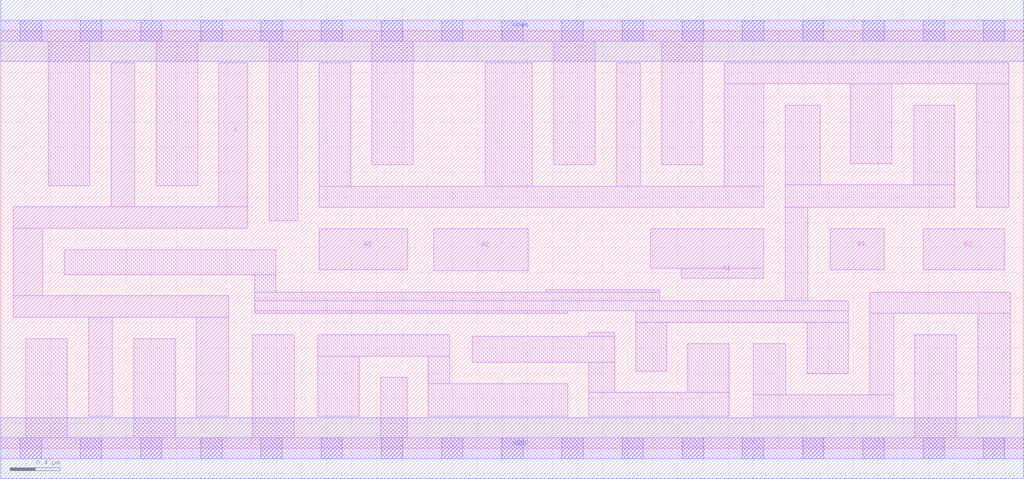
<source format=lef>
# Copyright 2020 The SkyWater PDK Authors
#
# Licensed under the Apache License, Version 2.0 (the "License");
# you may not use this file except in compliance with the License.
# You may obtain a copy of the License at
#
#     https://www.apache.org/licenses/LICENSE-2.0
#
# Unless required by applicable law or agreed to in writing, software
# distributed under the License is distributed on an "AS IS" BASIS,
# WITHOUT WARRANTIES OR CONDITIONS OF ANY KIND, either express or implied.
# See the License for the specific language governing permissions and
# limitations under the License.
#
# SPDX-License-Identifier: Apache-2.0

VERSION 5.7 ;
  NAMESCASESENSITIVE ON ;
  NOWIREEXTENSIONATPIN ON ;
  DIVIDERCHAR "/" ;
  BUSBITCHARS "[]" ;
UNITS
  DATABASE MICRONS 200 ;
END UNITS
MACRO sky130_fd_sc_lp__a32o_4
  CLASS CORE ;
  FOREIGN sky130_fd_sc_lp__a32o_4 ;
  ORIGIN  0.000000  0.000000 ;
  SIZE  8.160000 BY  3.330000 ;
  SYMMETRY X Y R90 ;
  SITE unit ;
  PIN A1
    ANTENNAGATEAREA  0.630000 ;
    DIRECTION INPUT ;
    USE SIGNAL ;
    PORT
      LAYER li1 ;
        RECT 5.180000 1.435000 6.085000 1.750000 ;
        RECT 5.425000 1.355000 6.085000 1.435000 ;
    END
  END A1
  PIN A2
    ANTENNAGATEAREA  0.630000 ;
    DIRECTION INPUT ;
    USE SIGNAL ;
    PORT
      LAYER li1 ;
        RECT 3.455000 1.415000 4.205000 1.750000 ;
    END
  END A2
  PIN A3
    ANTENNAGATEAREA  0.630000 ;
    DIRECTION INPUT ;
    USE SIGNAL ;
    PORT
      LAYER li1 ;
        RECT 2.540000 1.425000 3.245000 1.750000 ;
    END
  END A3
  PIN B1
    ANTENNAGATEAREA  0.630000 ;
    DIRECTION INPUT ;
    USE SIGNAL ;
    PORT
      LAYER li1 ;
        RECT 6.615000 1.425000 7.045000 1.750000 ;
    END
  END B1
  PIN B2
    ANTENNAGATEAREA  0.630000 ;
    DIRECTION INPUT ;
    USE SIGNAL ;
    PORT
      LAYER li1 ;
        RECT 7.355000 1.425000 8.005000 1.750000 ;
    END
  END B2
  PIN X
    ANTENNADIFFAREA  1.176000 ;
    DIRECTION OUTPUT ;
    USE SIGNAL ;
    PORT
      LAYER li1 ;
        RECT 0.100000 1.045000 1.820000 1.215000 ;
        RECT 0.100000 1.215000 0.335000 1.755000 ;
        RECT 0.100000 1.755000 1.970000 1.925000 ;
        RECT 0.700000 0.255000 0.890000 1.045000 ;
        RECT 0.880000 1.925000 1.070000 3.075000 ;
        RECT 1.560000 0.255000 1.820000 1.045000 ;
        RECT 1.740000 1.925000 1.970000 3.075000 ;
    END
  END X
  PIN VGND
    DIRECTION INOUT ;
    USE GROUND ;
    PORT
      LAYER met1 ;
        RECT 0.000000 -0.245000 8.160000 0.245000 ;
    END
  END VGND
  PIN VPWR
    DIRECTION INOUT ;
    USE POWER ;
    PORT
      LAYER met1 ;
        RECT 0.000000 3.085000 8.160000 3.575000 ;
    END
  END VPWR
  OBS
    LAYER li1 ;
      RECT 0.000000 -0.085000 8.160000 0.085000 ;
      RECT 0.000000  3.245000 8.160000 3.415000 ;
      RECT 0.200000  0.085000 0.530000 0.875000 ;
      RECT 0.380000  2.095000 0.710000 3.245000 ;
      RECT 0.505000  1.385000 2.195000 1.585000 ;
      RECT 1.060000  0.085000 1.390000 0.875000 ;
      RECT 1.240000  2.095000 1.570000 3.245000 ;
      RECT 2.010000  0.085000 2.340000 0.905000 ;
      RECT 2.025000  1.075000 4.520000 1.095000 ;
      RECT 2.025000  1.095000 6.760000 1.175000 ;
      RECT 2.025000  1.175000 5.255000 1.245000 ;
      RECT 2.025000  1.245000 2.195000 1.385000 ;
      RECT 2.140000  1.815000 2.370000 3.245000 ;
      RECT 2.530000  0.255000 2.860000 0.735000 ;
      RECT 2.530000  0.735000 3.580000 0.905000 ;
      RECT 2.540000  1.920000 6.085000 2.090000 ;
      RECT 2.540000  2.090000 2.790000 3.075000 ;
      RECT 2.960000  2.260000 3.290000 3.245000 ;
      RECT 3.030000  0.085000 3.240000 0.565000 ;
      RECT 3.410000  0.255000 4.520000 0.515000 ;
      RECT 3.410000  0.515000 3.580000 0.735000 ;
      RECT 3.760000  0.685000 4.895000 0.895000 ;
      RECT 3.865000  2.090000 4.240000 3.075000 ;
      RECT 4.350000  1.245000 5.255000 1.265000 ;
      RECT 4.410000  2.260000 4.740000 3.245000 ;
      RECT 4.690000  0.255000 5.810000 0.445000 ;
      RECT 4.690000  0.445000 4.895000 0.685000 ;
      RECT 4.690000  0.895000 4.895000 0.925000 ;
      RECT 4.910000  2.090000 5.100000 3.075000 ;
      RECT 5.065000  0.615000 5.310000 1.005000 ;
      RECT 5.065000  1.005000 6.760000 1.095000 ;
      RECT 5.270000  2.260000 5.600000 3.245000 ;
      RECT 5.480000  0.445000 5.810000 0.835000 ;
      RECT 5.770000  2.090000 6.085000 2.905000 ;
      RECT 5.770000  2.905000 8.040000 3.075000 ;
      RECT 6.000000  0.255000 7.120000 0.425000 ;
      RECT 6.000000  0.425000 6.260000 0.835000 ;
      RECT 6.255000  1.175000 6.435000 1.920000 ;
      RECT 6.255000  1.920000 7.610000 2.100000 ;
      RECT 6.255000  2.100000 6.535000 2.735000 ;
      RECT 6.430000  0.595000 6.760000 1.005000 ;
      RECT 6.775000  2.270000 7.105000 2.905000 ;
      RECT 6.930000  0.425000 7.120000 1.075000 ;
      RECT 6.930000  1.075000 8.050000 1.245000 ;
      RECT 7.280000  2.100000 7.610000 2.735000 ;
      RECT 7.290000  0.085000 7.620000 0.905000 ;
      RECT 7.780000  1.920000 8.040000 2.905000 ;
      RECT 7.790000  0.255000 8.050000 1.075000 ;
    LAYER mcon ;
      RECT 0.155000 -0.085000 0.325000 0.085000 ;
      RECT 0.155000  3.245000 0.325000 3.415000 ;
      RECT 0.635000 -0.085000 0.805000 0.085000 ;
      RECT 0.635000  3.245000 0.805000 3.415000 ;
      RECT 1.115000 -0.085000 1.285000 0.085000 ;
      RECT 1.115000  3.245000 1.285000 3.415000 ;
      RECT 1.595000 -0.085000 1.765000 0.085000 ;
      RECT 1.595000  3.245000 1.765000 3.415000 ;
      RECT 2.075000 -0.085000 2.245000 0.085000 ;
      RECT 2.075000  3.245000 2.245000 3.415000 ;
      RECT 2.555000 -0.085000 2.725000 0.085000 ;
      RECT 2.555000  3.245000 2.725000 3.415000 ;
      RECT 3.035000 -0.085000 3.205000 0.085000 ;
      RECT 3.035000  3.245000 3.205000 3.415000 ;
      RECT 3.515000 -0.085000 3.685000 0.085000 ;
      RECT 3.515000  3.245000 3.685000 3.415000 ;
      RECT 3.995000 -0.085000 4.165000 0.085000 ;
      RECT 3.995000  3.245000 4.165000 3.415000 ;
      RECT 4.475000 -0.085000 4.645000 0.085000 ;
      RECT 4.475000  3.245000 4.645000 3.415000 ;
      RECT 4.955000 -0.085000 5.125000 0.085000 ;
      RECT 4.955000  3.245000 5.125000 3.415000 ;
      RECT 5.435000 -0.085000 5.605000 0.085000 ;
      RECT 5.435000  3.245000 5.605000 3.415000 ;
      RECT 5.915000 -0.085000 6.085000 0.085000 ;
      RECT 5.915000  3.245000 6.085000 3.415000 ;
      RECT 6.395000 -0.085000 6.565000 0.085000 ;
      RECT 6.395000  3.245000 6.565000 3.415000 ;
      RECT 6.875000 -0.085000 7.045000 0.085000 ;
      RECT 6.875000  3.245000 7.045000 3.415000 ;
      RECT 7.355000 -0.085000 7.525000 0.085000 ;
      RECT 7.355000  3.245000 7.525000 3.415000 ;
      RECT 7.835000 -0.085000 8.005000 0.085000 ;
      RECT 7.835000  3.245000 8.005000 3.415000 ;
  END
END sky130_fd_sc_lp__a32o_4
END LIBRARY

</source>
